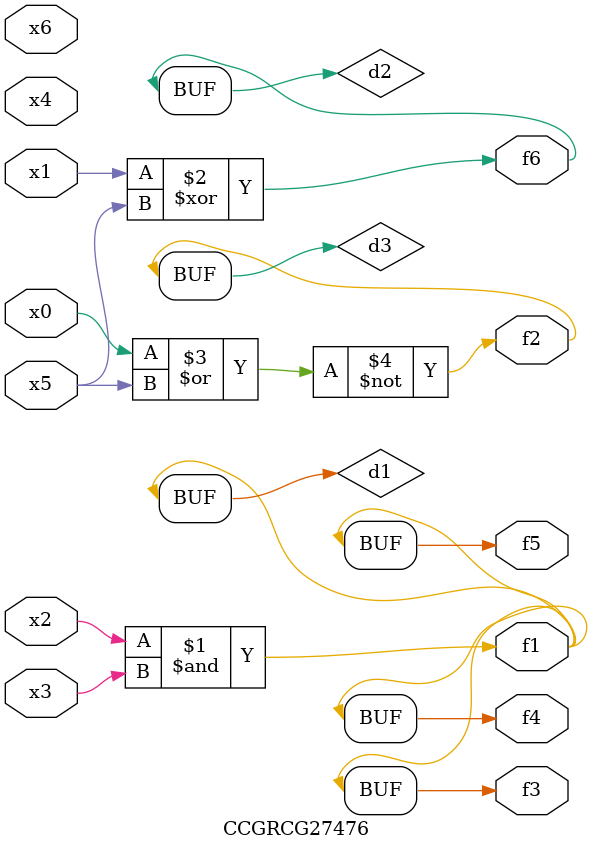
<source format=v>
module CCGRCG27476(
	input x0, x1, x2, x3, x4, x5, x6,
	output f1, f2, f3, f4, f5, f6
);

	wire d1, d2, d3;

	and (d1, x2, x3);
	xor (d2, x1, x5);
	nor (d3, x0, x5);
	assign f1 = d1;
	assign f2 = d3;
	assign f3 = d1;
	assign f4 = d1;
	assign f5 = d1;
	assign f6 = d2;
endmodule

</source>
